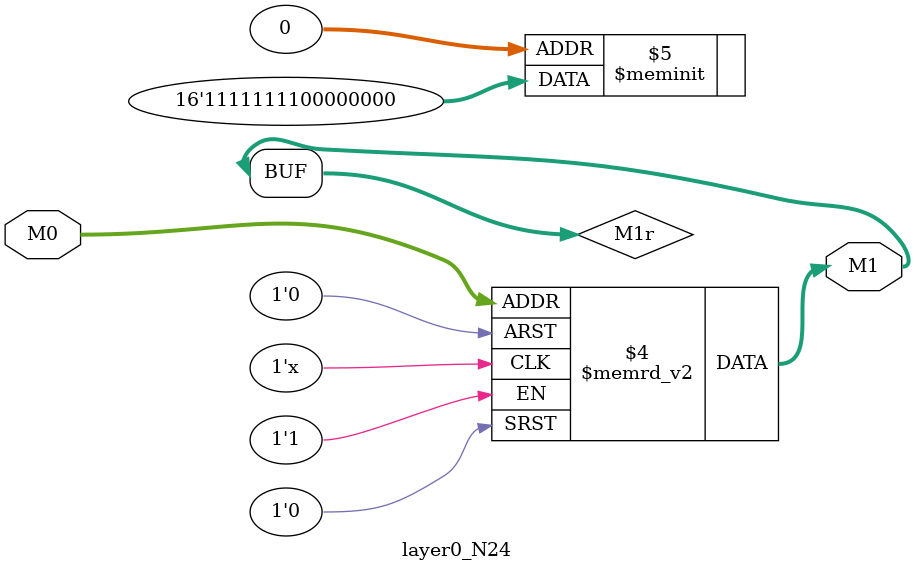
<source format=v>
module layer0_N24 ( input [2:0] M0, output [1:0] M1 );

	(*rom_style = "distributed" *) reg [1:0] M1r;
	assign M1 = M1r;
	always @ (M0) begin
		case (M0)
			3'b000: M1r = 2'b00;
			3'b100: M1r = 2'b11;
			3'b010: M1r = 2'b00;
			3'b110: M1r = 2'b11;
			3'b001: M1r = 2'b00;
			3'b101: M1r = 2'b11;
			3'b011: M1r = 2'b00;
			3'b111: M1r = 2'b11;

		endcase
	end
endmodule

</source>
